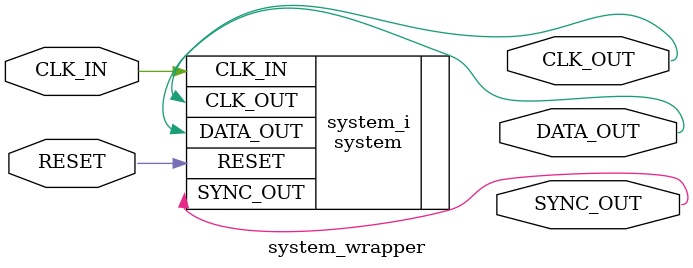
<source format=v>
`timescale 1 ps / 1 ps

module system_wrapper
   (CLK_IN,
    CLK_OUT,
    DATA_OUT,
    RESET,
    SYNC_OUT);
  input CLK_IN;
  output CLK_OUT;
  output DATA_OUT;
  input RESET;
  output SYNC_OUT;

  wire CLK_IN;
  wire CLK_OUT;
  wire DATA_OUT;
  wire RESET;
  wire SYNC_OUT;

  system system_i
       (.CLK_IN(CLK_IN),
        .CLK_OUT(CLK_OUT),
        .DATA_OUT(DATA_OUT),
        .RESET(RESET),
        .SYNC_OUT(SYNC_OUT));
endmodule

</source>
